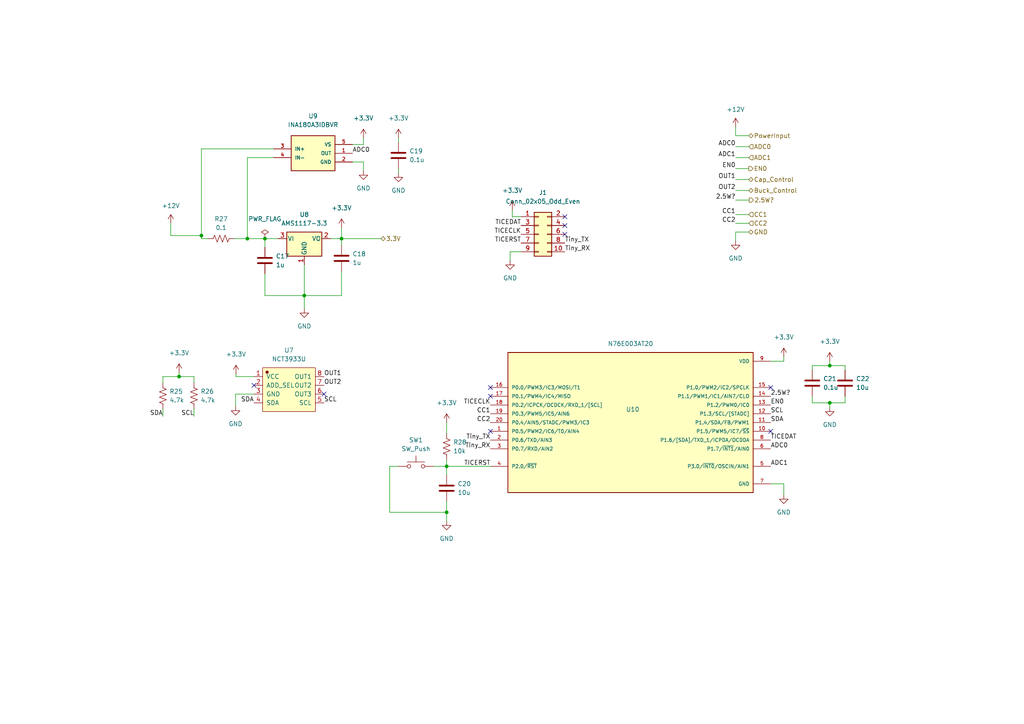
<source format=kicad_sch>
(kicad_sch (version 20211123) (generator eeschema)
  (paper "A4")
  (lib_symbols
    (symbol "+3.3V_1" (power) (pin_names (offset 0))
      (property "Value" "+3.3V_1" (at 0 3.556 0))
      (symbol "+3.3V_1_0_1"
        (polyline (pts (xy -0.762 1.27) (xy 0 2.54)))
        (polyline (pts (xy 0 0) (xy 0 2.54)))
        (polyline (pts (xy 0 2.54) (xy 0.762 1.27)))
      )
      (symbol "+3.3V_1_1_1"
        (pin power_in line (at 0 0 90) (length 0) hide (name "+3.3V") (number "1"))
      )
    )
    (symbol "+3.3V_2" (power) (pin_names (offset 0))
      (property "Value" "+3.3V_2" (at 0 3.556 0))
      (symbol "+3.3V_2_0_1"
        (polyline (pts (xy -0.762 1.27) (xy 0 2.54)))
        (polyline (pts (xy 0 0) (xy 0 2.54)))
        (polyline (pts (xy 0 2.54) (xy 0.762 1.27)))
      )
      (symbol "+3.3V_2_1_1"
        (pin power_in line (at 0 0 90) (length 0) hide (name "+3.3V") (number "1"))
      )
    )
    (symbol "+3.3V_3" (power) (pin_names (offset 0))
      (property "Value" "+3.3V_3" (at 0 3.556 0))
      (symbol "+3.3V_3_0_1"
        (polyline (pts (xy -0.762 1.27) (xy 0 2.54)))
        (polyline (pts (xy 0 0) (xy 0 2.54)))
        (polyline (pts (xy 0 2.54) (xy 0.762 1.27)))
      )
      (symbol "+3.3V_3_1_1"
        (pin power_in line (at 0 0 90) (length 0) hide (name "+3.3V") (number "1"))
      )
    )
    (symbol "1CommonUse:C0805" (pin_numbers hide) (pin_names (offset 0.254))
      (property "Reference" "C" (at 0.635 2.54 0))
      (property "Value" "C0805" (at 0.635 -2.54 0))
      (symbol "C0805_0_1"
        (polyline (pts (xy -2.032 -0.762) (xy 2.032 -0.762)) (stroke (width 0.508)))
        (polyline (pts (xy -2.032 0.762) (xy 2.032 0.762)) (stroke (width 0.508)))
      )
      (symbol "C0805_1_1"
        (pin passive line (at 0 3.81 270) (length 2.794) (name "~") (number "1"))
        (pin passive line (at 0 -3.81 90) (length 2.794) (name "~") (number "2"))
      )
    )
    (symbol "1CommonUse:R0805" (pin_numbers hide) (pin_names (offset 0))
      (property "Reference" "R" (at 2.54 0 90))
      (property "Value" "R0805" (at -2.54 0 90))
      (symbol "R0805_0_1"
        (polyline (pts (xy 0 -2.286) (xy 0 -2.54)))
        (polyline (pts (xy 0 2.286) (xy 0 2.54)))
        (polyline (pts (xy 0 -0.762) (xy 1.016 -1.143) (xy 0 -1.524) (xy -1.016 -1.905) (xy 0 -2.286)))
        (polyline (pts (xy 0 0.762) (xy 1.016 0.381) (xy 0 0) (xy -1.016 -0.381) (xy 0 -0.762)))
        (polyline (pts (xy 0 2.286) (xy 1.016 1.905) (xy 0 1.524) (xy -1.016 1.143) (xy 0 0.762)))
      )
      (symbol "R0805_1_1"
        (pin passive line (at 0 3.81 270) (length 1.27) (name "~") (number "1"))
        (pin passive line (at 0 -3.81 90) (length 1.27) (name "~") (number "2"))
      )
    )
    (symbol "Connector_Generic:Conn_02x05_Odd_Even" (pin_names (offset 1.016) hide)
      (property "Reference" "J" (at 1.27 7.62 0))
      (property "Value" "Conn_02x05_Odd_Even" (at 1.27 -7.62 0))
      (symbol "Conn_02x05_Odd_Even_1_1"
        (rectangle (start -1.27 -4.953) (end 0 -5.207) (stroke (width 0.1524)))
        (rectangle (start -1.27 -2.413) (end 0 -2.667) (stroke (width 0.1524)))
        (rectangle (start -1.27 0.127) (end 0 -0.127) (stroke (width 0.1524)))
        (rectangle (start -1.27 2.667) (end 0 2.413) (stroke (width 0.1524)))
        (rectangle (start -1.27 5.207) (end 0 4.953) (stroke (width 0.1524)))
        (rectangle (start -1.27 6.35) (end 3.81 -6.35) (stroke (width 0.254)) (fill (type background)))
        (rectangle (start 3.81 -4.953) (end 2.54 -5.207) (stroke (width 0.1524)))
        (rectangle (start 3.81 -2.413) (end 2.54 -2.667) (stroke (width 0.1524)))
        (rectangle (start 3.81 0.127) (end 2.54 -0.127) (stroke (width 0.1524)))
        (rectangle (start 3.81 2.667) (end 2.54 2.413) (stroke (width 0.1524)))
        (rectangle (start 3.81 5.207) (end 2.54 4.953) (stroke (width 0.1524)))
        (pin passive line (at -5.08 5.08 0) (length 3.81) (name "Pin_1") (number "1"))
        (pin passive line (at 7.62 -5.08 180) (length 3.81) (name "Pin_10") (number "10"))
        (pin passive line (at 7.62 5.08 180) (length 3.81) (name "Pin_2") (number "2"))
        (pin passive line (at -5.08 2.54 0) (length 3.81) (name "Pin_3") (number "3"))
        (pin passive line (at 7.62 2.54 180) (length 3.81) (name "Pin_4") (number "4"))
        (pin passive line (at -5.08 0 0) (length 3.81) (name "Pin_5") (number "5"))
        (pin passive line (at 7.62 0 180) (length 3.81) (name "Pin_6") (number "6"))
        (pin passive line (at -5.08 -2.54 0) (length 3.81) (name "Pin_7") (number "7"))
        (pin passive line (at 7.62 -2.54 180) (length 3.81) (name "Pin_8") (number "8"))
        (pin passive line (at -5.08 -5.08 0) (length 3.81) (name "Pin_9") (number "9"))
      )
    )
    (symbol "GND_1" (power) (pin_names (offset 0))
      (property "Value" "GND_1" (at 0 -3.81 0))
      (symbol "GND_1_0_1"
        (polyline (pts (xy 0 0) (xy 0 -1.27) (xy 1.27 -1.27) (xy 0 -2.54) (xy -1.27 -1.27) (xy 0 -1.27)))
      )
      (symbol "GND_1_1_1"
        (pin power_in line (at 0 0 270) (length 0) hide (name "GND") (number "1"))
      )
    )
    (symbol "GND_2" (power) (pin_names (offset 0))
      (property "Value" "GND_2" (at 0 -3.81 0))
      (symbol "GND_2_0_1"
        (polyline (pts (xy 0 0) (xy 0 -1.27) (xy 1.27 -1.27) (xy 0 -2.54) (xy -1.27 -1.27) (xy 0 -1.27)))
      )
      (symbol "GND_2_1_1"
        (pin power_in line (at 0 0 270) (length 0) hide (name "GND") (number "1"))
      )
    )
    (symbol "GND_3" (power) (pin_names (offset 0))
      (property "Value" "GND_3" (at 0 -3.81 0))
      (symbol "GND_3_0_1"
        (polyline (pts (xy 0 0) (xy 0 -1.27) (xy 1.27 -1.27) (xy 0 -2.54) (xy -1.27 -1.27) (xy 0 -1.27)))
      )
      (symbol "GND_3_1_1"
        (pin power_in line (at 0 0 270) (length 0) hide (name "GND") (number "1"))
      )
    )
    (symbol "Regulator_Linear:AMS1117-3.3" (pin_names (offset 0.254))
      (property "Reference" "U" (at -3.81 3.175 0))
      (property "Value" "AMS1117-3.3" (at 0 3.175 0))
      (symbol "AMS1117-3.3_0_1"
        (rectangle (start -5.08 -5.08) (end 5.08 1.905) (stroke (width 0.254)) (fill (type background)))
      )
      (symbol "AMS1117-3.3_1_1"
        (pin power_in line (at 0 -7.62 90) (length 2.54) (name "GND") (number "1"))
        (pin power_out line (at 7.62 0 180) (length 2.54) (name "VO") (number "2"))
        (pin power_in line (at -7.62 0 0) (length 2.54) (name "VI") (number "3"))
      )
    )
    (symbol "SolarCharger:INA180A3IDBVR" (pin_names (offset 1.016))
      (property "Reference" "U" (at -1.27 7.62 0))
      (property "Value" "INA180A3IDBVR" (at -7.62 -7.62 0))
      (symbol "INA180A3IDBVR_0_0"
        (rectangle (start -6.35 6.35) (end 6.35 -3.81) (stroke (width 0.254)) (fill (type background)))
        (pin output line (at 11.43 1.27 180) (length 5.08) (name "OUT") (number "1"))
        (pin power_in line (at 11.43 -1.27 180) (length 5.08) (name "GND") (number "2"))
        (pin input line (at -11.43 2.54 0) (length 5.08) (name "IN+") (number "3"))
        (pin input line (at -11.43 0 0) (length 5.08) (name "IN-") (number "4"))
        (pin power_in line (at 11.43 3.81 180) (length 5.08) (name "VS") (number "5"))
      )
    )
    (symbol "SolarCharger:N76E003AT20" (pin_names (offset 1.016))
      (property "Reference" "U" (at -35.8394 21.1074 0))
      (property "Value" "N76E003AT20" (at -35.5854 -22.8854 0))
      (symbol "N76E003AT20_0_0"
        (rectangle (start -35.56 -20.32) (end 35.56 20.32) (stroke (width 0.254)) (fill (type background)))
        (pin bidirectional line (at -40.64 -2.54 0) (length 5.08) (name "P0.5/PWM2/IC6/T0/AIN4") (number "1"))
        (pin bidirectional line (at 40.64 -2.54 180) (length 5.08) (name "P1.5/PWM5/IC7/~{SS}") (number "10"))
        (pin bidirectional line (at 40.64 0 180) (length 5.08) (name "P1.4/SDA/FB/PWM1") (number "11"))
        (pin bidirectional line (at 40.64 2.54 180) (length 5.08) (name "P1.3/SCL/[STADC]") (number "12"))
        (pin bidirectional line (at 40.64 5.08 180) (length 5.08) (name "P1.2/PWM0/IC0") (number "13"))
        (pin bidirectional line (at 40.64 7.62 180) (length 5.08) (name "P1.1/PWM1/IC1/AIN7/CLO") (number "14"))
        (pin bidirectional line (at 40.64 10.16 180) (length 5.08) (name "P1.0/PWM2/IC2/SPCLK") (number "15"))
        (pin bidirectional line (at -40.64 10.16 0) (length 5.08) (name "P0.0/PWM3/IC3/MOSI/T1") (number "16"))
        (pin bidirectional line (at -40.64 7.62 0) (length 5.08) (name "P0.1/PWM4/IC4/MISO") (number "17"))
        (pin bidirectional line (at -40.64 5.08 0) (length 5.08) (name "P0.2/ICPCK/OCDCK/RXD_1/[SCL]") (number "18"))
        (pin bidirectional line (at -40.64 2.54 0) (length 5.08) (name "P0.3/PWM5/IC5/AIN6") (number "19"))
        (pin bidirectional line (at -40.64 -5.08 0) (length 5.08) (name "P0.6/TXD/AIN3") (number "2"))
        (pin bidirectional line (at -40.64 0 0) (length 5.08) (name "P0.4/AIN5/STADC/PWM3/IC3") (number "20"))
        (pin bidirectional line (at -40.64 -7.62 0) (length 5.08) (name "P0.7/RXD/AIN2") (number "3"))
        (pin bidirectional line (at -40.64 -12.7 0) (length 5.08) (name "P2.0/~{RST}") (number "4"))
        (pin bidirectional line (at 40.64 -12.7 180) (length 5.08) (name "P3.0/~{INT0}/OSCIN/AIN1") (number "5"))
        (pin bidirectional line (at 40.64 -7.62 180) (length 5.08) (name "P1.7/~{INT1}/AIN0") (number "6"))
        (pin power_in line (at 40.64 -17.78 180) (length 5.08) (name "GND") (number "7"))
        (pin bidirectional line (at 40.64 -5.08 180) (length 5.08) (name "P1.6/[SDA]/TXD_1/ICPDA/OCDDA") (number "8"))
        (pin power_in line (at 40.64 17.78 180) (length 5.08) (name "VDD") (number "9"))
      )
    )
    (symbol "SolarCharger:NCT3933U" (pin_names (offset 1.016))
      (property "Reference" "U" (at 0 10.2362 0))
      (property "Value" "NCT3933U" (at 0 12.7 0))
      (symbol "NCT3933U_1_1"
        (rectangle (start -7.62 7.62) (end 7.62 -5.08) (stroke (width 0.1524)) (fill (type background)))
        (circle (center -6.35 6.35) (radius 0.381) (stroke (width 0.1524)) (fill (type outline)))
        (pin input line (at -10.16 5.08 0) (length 2.54) (name "VCC") (number "1"))
        (pin input line (at -10.16 2.54 0) (length 2.54) (name "ADD_SEL") (number "2"))
        (pin input line (at -10.16 0 0) (length 2.54) (name "GND") (number "3"))
        (pin input line (at -10.16 -2.54 0) (length 2.54) (name "SDA") (number "4"))
        (pin input line (at 10.16 -2.54 180) (length 2.54) (name "SCL") (number "5"))
        (pin input line (at 10.16 0 180) (length 2.54) (name "OUT3") (number "6"))
        (pin input line (at 10.16 2.54 180) (length 2.54) (name "OUT2") (number "7"))
        (pin input line (at 10.16 5.08 180) (length 2.54) (name "OUT1") (number "8"))
      )
    )
    (symbol "Switch:SW_Push" (pin_numbers hide) (pin_names (offset 1.016) hide)
      (property "Reference" "SW" (at 1.27 2.54 0))
      (property "Value" "SW_Push" (at 0 -1.524 0))
      (symbol "SW_Push_0_1"
        (circle (center -2.032 0) (radius 0.508))
        (polyline (pts (xy 0 1.27) (xy 0 3.048)))
        (polyline (pts (xy 2.54 1.27) (xy -2.54 1.27)))
        (circle (center 2.032 0) (radius 0.508))
        (pin passive line (at -5.08 0 0) (length 2.54) (name "1") (number "1"))
        (pin passive line (at 5.08 0 180) (length 2.54) (name "2") (number "2"))
      )
    )
    (symbol "power:+12V" (power) (pin_names (offset 0))
      (property "Value" "+12V" (at 0 3.556 0))
      (symbol "+12V_0_1"
        (polyline (pts (xy -0.762 1.27) (xy 0 2.54)))
        (polyline (pts (xy 0 0) (xy 0 2.54)))
        (polyline (pts (xy 0 2.54) (xy 0.762 1.27)))
      )
      (symbol "+12V_1_1"
        (pin power_in line (at 0 0 90) (length 0) hide (name "+12V") (number "1"))
      )
    )
    (symbol "power:+3.3V" (power) (pin_names (offset 0))
      (property "Value" "+3.3V" (at 0 3.556 0))
      (symbol "+3.3V_0_1"
        (polyline (pts (xy -0.762 1.27) (xy 0 2.54)))
        (polyline (pts (xy 0 0) (xy 0 2.54)))
        (polyline (pts (xy 0 2.54) (xy 0.762 1.27)))
      )
      (symbol "+3.3V_1_1"
        (pin power_in line (at 0 0 90) (length 0) hide (name "+3.3V") (number "1"))
      )
    )
    (symbol "power:GND" (power) (pin_names (offset 0))
      (property "Value" "GND" (at 0 -3.81 0))
      (symbol "GND_0_1"
        (polyline (pts (xy 0 0) (xy 0 -1.27) (xy 1.27 -1.27) (xy 0 -2.54) (xy -1.27 -1.27) (xy 0 -1.27)))
      )
      (symbol "GND_1_1"
        (pin power_in line (at 0 0 270) (length 0) hide (name "GND") (number "1"))
      )
    )
    (symbol "power:PWR_FLAG" (power) (pin_numbers hide) (pin_names (offset 0) hide)
      (property "Value" "PWR_FLAG" (at 0 3.81 0))
      (symbol "PWR_FLAG_0_0"
        (pin power_out line (at 0 0 90) (length 0) (name "pwr") (number "1"))
      )
      (symbol "PWR_FLAG_0_1"
        (polyline (pts (xy 0 0) (xy 0 1.27) (xy -1.016 1.905) (xy 0 2.54) (xy 1.016 1.905) (xy 0 1.27)))
      )
    )
  )
  (junction (at 129.54 148.59))
  (junction (at 88.265 85.725))
  (junction (at 76.835 69.215))
  (junction (at 71.755 69.215))
  (junction (at 51.943 109.22))
  (junction (at 129.54 135.255))
  (junction (at 240.665 116.84))
  (junction (at 240.665 106.045))
  (junction (at 99.06 69.215))
  (junction (at 58.42 68.326))
  (no_connect (at 73.66 111.76))
  (no_connect (at 163.83 62.865))
  (no_connect (at 163.83 67.945))
  (no_connect (at 142.24 125.095))
  (no_connect (at 223.52 125.095))
  (no_connect (at 142.24 112.395))
  (no_connect (at 223.52 112.395))
  (no_connect (at 93.98 114.3))
  (no_connect (at 163.83 65.405))
  (no_connect (at 142.24 114.935))
  (wire (pts (xy 235.585 106.045) (xy 240.665 106.045)))
  (wire (pts (xy 95.885 69.215) (xy 99.06 69.215)))
  (wire (pts (xy 213.36 62.23) (xy 217.17 62.23)))
  (wire (pts (xy 129.54 135.255) (xy 129.54 137.795)))
  (wire (pts (xy 213.36 48.895) (xy 217.17 48.895)))
  (wire (pts (xy 217.17 39.37) (xy 213.36 39.37)))
  (wire (pts (xy 115.57 48.895) (xy 115.57 50.165)))
  (wire (pts (xy 99.06 69.215) (xy 99.06 71.12)))
  (wire (pts (xy 227.33 104.775) (xy 227.33 103.505)))
  (wire (pts (xy 76.835 69.215) (xy 80.645 69.215)))
  (wire (pts (xy 88.265 85.725) (xy 99.06 85.725)))
  (wire (pts (xy 129.54 145.415) (xy 129.54 148.59)))
  (wire (pts (xy 105.41 46.99) (xy 105.41 49.53)))
  (wire (pts (xy 88.265 85.725) (xy 88.265 89.535)))
  (wire (pts (xy 71.755 69.215) (xy 76.835 69.215)))
  (wire (pts (xy 240.665 116.84) (xy 240.665 118.11)))
  (wire (pts (xy 213.36 39.37) (xy 213.36 36.83)))
  (wire (pts (xy 47.244 109.22) (xy 51.943 109.22)))
  (wire (pts (xy 58.42 68.326) (xy 58.42 69.215)))
  (wire (pts (xy 51.943 109.22) (xy 51.943 108.077)))
  (wire (pts (xy 148.59 60.96) (xy 148.59 62.865)))
  (wire (pts (xy 125.73 135.255) (xy 129.54 135.255)))
  (wire (pts (xy 99.06 69.215) (xy 99.06 66.04)))
  (wire (pts (xy 76.835 79.375) (xy 76.835 85.725)))
  (wire (pts (xy 88.265 76.835) (xy 88.265 85.725)))
  (wire (pts (xy 235.585 107.315) (xy 235.585 106.045)))
  (wire (pts (xy 129.54 148.59) (xy 129.54 151.13)))
  (wire (pts (xy 235.585 116.84) (xy 240.665 116.84)))
  (wire (pts (xy 113.03 148.59) (xy 129.54 148.59)))
  (wire (pts (xy 47.244 118.618) (xy 47.244 120.777)))
  (wire (pts (xy 73.66 109.22) (xy 68.453 109.22)))
  (wire (pts (xy 102.235 46.99) (xy 105.41 46.99)))
  (wire (pts (xy 105.41 41.91) (xy 102.235 41.91)))
  (wire (pts (xy 76.835 85.725) (xy 88.265 85.725)))
  (wire (pts (xy 76.835 69.215) (xy 76.835 71.755)))
  (wire (pts (xy 56.261 120.777) (xy 56.261 118.618)))
  (wire (pts (xy 99.06 69.215) (xy 110.49 69.215)))
  (wire (pts (xy 213.36 58.039) (xy 217.297 58.039)))
  (wire (pts (xy 129.54 122.555) (xy 129.54 125.73)))
  (wire (pts (xy 56.261 110.998) (xy 56.261 109.22)))
  (wire (pts (xy 213.36 69.85) (xy 213.36 67.31)))
  (wire (pts (xy 115.57 40.005) (xy 115.57 41.275)))
  (wire (pts (xy 223.52 140.335) (xy 227.33 140.335)))
  (wire (pts (xy 58.42 69.215) (xy 60.325 69.215)))
  (wire (pts (xy 213.36 64.77) (xy 217.17 64.77)))
  (wire (pts (xy 49.53 64.77) (xy 49.53 68.326)))
  (wire (pts (xy 213.36 55.245) (xy 217.17 55.245)))
  (wire (pts (xy 105.41 40.005) (xy 105.41 41.91)))
  (wire (pts (xy 68.453 109.22) (xy 68.453 108.458)))
  (wire (pts (xy 245.11 116.84) (xy 240.665 116.84)))
  (wire (pts (xy 213.36 52.07) (xy 217.17 52.07)))
  (wire (pts (xy 213.36 42.545) (xy 217.17 42.545)))
  (wire (pts (xy 240.665 106.045) (xy 240.665 104.775)))
  (wire (pts (xy 148.59 62.865) (xy 151.13 62.865)))
  (wire (pts (xy 245.11 107.315) (xy 245.11 106.045)))
  (wire (pts (xy 73.66 114.3) (xy 68.326 114.3)))
  (wire (pts (xy 58.42 43.18) (xy 58.42 68.326)))
  (wire (pts (xy 213.36 67.31) (xy 217.17 67.31)))
  (wire (pts (xy 79.375 45.72) (xy 71.755 45.72)))
  (wire (pts (xy 67.945 69.215) (xy 71.755 69.215)))
  (wire (pts (xy 240.665 106.045) (xy 245.11 106.045)))
  (wire (pts (xy 235.585 114.935) (xy 235.585 116.84)))
  (wire (pts (xy 71.755 45.72) (xy 71.755 69.215)))
  (wire (pts (xy 47.244 110.998) (xy 47.244 109.22)))
  (wire (pts (xy 223.52 104.775) (xy 227.33 104.775)))
  (wire (pts (xy 227.33 140.335) (xy 227.33 143.51)))
  (wire (pts (xy 129.54 135.255) (xy 142.24 135.255)))
  (wire (pts (xy 49.53 68.326) (xy 58.42 68.326)))
  (wire (pts (xy 99.06 78.74) (xy 99.06 85.725)))
  (wire (pts (xy 56.261 109.22) (xy 51.943 109.22)))
  (wire (pts (xy 213.36 45.72) (xy 217.17 45.72)))
  (wire (pts (xy 147.955 73.025) (xy 151.13 73.025)))
  (wire (pts (xy 68.326 114.3) (xy 68.326 117.856)))
  (wire (pts (xy 113.03 135.255) (xy 113.03 148.59)))
  (wire (pts (xy 129.54 133.35) (xy 129.54 135.255)))
  (wire (pts (xy 245.11 114.935) (xy 245.11 116.84)))
  (wire (pts (xy 147.955 75.565) (xy 147.955 73.025)))
  (wire (pts (xy 79.375 43.18) (xy 58.42 43.18)))
  (wire (pts (xy 115.57 135.255) (xy 113.03 135.255)))
  (label "Tiny_TX" (at 163.83 70.485 0))
  (label "ADC0" (at 223.52 130.175 0))
  (label "TICERST" (at 142.24 135.255 180))
  (label "Tiny_RX" (at 142.24 130.175 180))
  (label "TICEDAT" (at 151.13 65.405 180))
  (label "2.5W?" (at 223.52 114.935 0))
  (label "TICEDAT" (at 223.52 127.635 0))
  (label "SCL" (at 56.261 120.777 180))
  (label "OUT2" (at 93.98 111.76 0))
  (label "EN0" (at 223.52 117.475 0))
  (label "ADC1" (at 213.36 45.72 180))
  (label "ADC0" (at 213.36 42.545 180))
  (label "SDA" (at 73.66 116.84 180))
  (label "Tiny_TX" (at 142.24 127.635 180))
  (label "SCL" (at 223.52 120.015 0))
  (label "ADC1" (at 223.52 135.255 0))
  (label "ADC0" (at 102.235 44.45 0))
  (label "OUT1" (at 93.98 109.22 0))
  (label "SDA" (at 223.52 122.555 0))
  (label "SDA" (at 47.244 120.777 180))
  (label "TICECLK" (at 142.24 117.475 180))
  (label "TICERST" (at 151.13 70.485 180))
  (label "CC1" (at 142.24 120.015 180))
  (label "2.5W?" (at 213.36 58.039 180))
  (label "CC1" (at 213.36 62.23 180))
  (label "Tiny_RX" (at 163.83 73.025 0))
  (label "CC2" (at 142.24 122.555 180))
  (label "OUT1" (at 213.36 52.07 180))
  (label "TICECLK" (at 151.13 67.945 180))
  (label "CC2" (at 213.36 64.77 180))
  (label "OUT2" (at 213.36 55.245 180))
  (label "EN0" (at 213.36 48.895 180))
  (label "SCL" (at 93.98 116.84 0))
  (hierarchical_label "CC2" (shape input) (at 217.17 64.77 0))
  (hierarchical_label "CC1" (shape input) (at 217.17 62.23 0))
  (hierarchical_label "EN0" (shape output) (at 217.17 48.895 0))
  (hierarchical_label "PowerInput" (shape bidirectional) (at 217.17 39.37 0))
  (hierarchical_label "ADC1" (shape input) (at 217.17 45.72 0))
  (hierarchical_label "3.3V" (shape bidirectional) (at 110.49 69.215 0))
  (hierarchical_label "Buck_Control" (shape bidirectional) (at 217.17 55.245 0))
  (hierarchical_label "Cap_Control" (shape bidirectional) (at 217.17 52.07 0))
  (hierarchical_label "GND" (shape bidirectional) (at 217.17 67.31 0))
  (hierarchical_label "2.5W?" (shape output) (at 217.297 58.039 0))
  (hierarchical_label "ADC0" (shape input) (at 217.17 42.545 0))
  (symbol (lib_name "GND_1") (lib_id "power:GND") (at 68.326 117.856 0) (unit 1)
    (property "Reference" "#PWR028" (effects hide))
    (property "Value" "GND" (at 68.326 122.936 0))
  )
  (symbol (lib_id "SolarCharger:N76E003AT20") (at 182.88 122.555 0) (unit 1)
    (property "Reference" "U10" (at 183.515 118.745 0))
    (property "Value" "N76E003AT20" (at 182.88 99.695 0))
    (property "Footprint" "Package_SO:TSSOP-20_4.4x6.5mm_P0.65mm" (effects hide))
    (property "Datasheet" "https://www.nuvoton.com/export/resource-files/DS_N76E003_EN_Rev1.10.pdf" (effects hide))
    (property "MANUFACTURER" "NUVOTON" (effects hide))
    (property "PARTREV" "1.04" (effects hide))
    (property "STANDARD" "IPC 7351B" (effects hide))
  )
  (symbol (lib_id "power:+12V") (at 49.53 64.77 0) (unit 1)
    (property "Reference" "#PWR026" (effects hide))
    (property "Value" "+12V" (at 49.53 59.69 0))
  )
  (symbol (lib_id "power:+12V") (at 213.36 36.83 0) (unit 1)
    (property "Reference" "#PWR040" (effects hide))
    (property "Value" "+12V" (at 213.36 31.75 0))
  )
  (symbol (lib_id "1CommonUse:C0805") (at 235.585 111.125 0) (unit 1)
    (property "Reference" "C21" (at 238.76 109.8549 0) (effects (justify left)))
    (property "Value" "0.1u" (at 238.76 112.3949 0) (effects (justify left)))
    (property "Footprint" "Capacitor_SMD:C_0805_2012Metric" (effects hide))
  )
  (symbol (lib_name "+3.3V_2") (lib_id "power:+3.3V") (at 99.06 66.04 0) (unit 1)
    (property "Reference" "#PWR031" (effects hide))
    (property "Value" "+3.3V" (at 99.06 60.325 0))
  )
  (symbol (lib_id "SolarCharger:INA180A3IDBVR") (at 90.805 45.72 0) (unit 1)
    (property "Reference" "U9" (at 90.805 33.655 0))
    (property "Value" "INA180A3IDBVR" (at 90.805 36.195 0))
    (property "Footprint" "Package_TO_SOT_SMD:SOT-23-5" (effects hide))
    (property "Datasheet" "https://www.ti.com/lit/ds/symlink/ina180.pdf" (effects hide))
  )
  (symbol (lib_name "GND_2") (lib_id "power:GND") (at 88.265 89.535 0) (unit 1)
    (property "Reference" "#PWR030" (effects hide))
    (property "Value" "GND" (at 88.265 94.615 0))
  )
  (symbol (lib_id "1CommonUse:C0805") (at 245.11 111.125 0) (unit 1)
    (property "Reference" "C22" (at 248.285 109.8549 0) (effects (justify left)))
    (property "Value" "10u" (at 248.285 112.3949 0) (effects (justify left)))
    (property "Footprint" "Capacitor_SMD:C_0805_2012Metric" (effects hide))
  )
  (symbol (lib_name "GND_1") (lib_id "power:GND") (at 213.36 69.85 0) (unit 1)
    (property "Reference" "#PWR041" (effects hide))
    (property "Value" "GND" (at 213.36 74.93 0))
  )
  (symbol (lib_name "+3.3V_3") (lib_id "power:+3.3V") (at 51.943 108.077 0) (unit 1)
    (property "Reference" "#PWR027" (effects hide))
    (property "Value" "+3.3V" (at 51.943 102.362 0))
  )
  (symbol (lib_name "+3.3V_2") (lib_id "power:+3.3V") (at 105.41 40.005 0) (unit 1)
    (property "Reference" "#PWR032" (effects hide))
    (property "Value" "+3.3V" (at 105.41 34.29 0))
  )
  (symbol (lib_id "power:PWR_FLAG") (at 76.835 69.215 0) (unit 1)
    (property "Reference" "#FLG0104" (effects hide))
    (property "Value" "PWR_FLAG" (at 76.835 63.5 0))
  )
  (symbol (lib_name "GND_1") (lib_id "power:GND") (at 147.955 75.565 0) (unit 1)
    (property "Reference" "#PWR038" (effects hide))
    (property "Value" "GND" (at 147.955 80.645 0))
  )
  (symbol (lib_id "1CommonUse:R0805") (at 64.135 69.215 90) (unit 1)
    (property "Reference" "R27" (at 64.135 63.5 90))
    (property "Value" "0.1" (at 64.135 66.04 90))
    (property "Footprint" "Resistor_SMD:R_0805_2012Metric" (effects hide))
  )
  (symbol (lib_name "+3.3V_1") (lib_id "power:+3.3V") (at 148.59 60.96 0) (unit 1)
    (property "Reference" "#PWR039" (effects hide))
    (property "Value" "+3.3V" (at 148.59 55.245 0))
  )
  (symbol (lib_id "1CommonUse:R0805") (at 47.244 114.808 0) (unit 1)
    (property "Reference" "R25" (at 49.149 113.5379 0) (effects (justify left)))
    (property "Value" "4.7k" (at 49.149 116.0779 0) (effects (justify left)))
    (property "Footprint" "Resistor_SMD:R_0805_2012Metric" (effects hide))
  )
  (symbol (lib_name "+3.3V_1") (lib_id "power:+3.3V") (at 129.54 122.555 0) (unit 1)
    (property "Reference" "#PWR036" (effects hide))
    (property "Value" "+3.3V" (at 129.54 116.84 0))
  )
  (symbol (lib_id "Connector_Generic:Conn_02x05_Odd_Even") (at 156.21 67.945 0) (unit 1)
    (property "Reference" "J1" (at 157.48 55.88 0))
    (property "Value" "Conn_02x05_Odd_Even" (at 157.48 58.42 0))
    (property "Footprint" "Connector_IDC:IDC-Header_2x05_P2.54mm_Vertical" (effects hide))
  )
  (symbol (lib_id "1CommonUse:C0805") (at 99.06 74.93 0) (unit 1)
    (property "Reference" "C18" (at 102.235 73.6599 0) (effects (justify left)))
    (property "Value" "1u" (at 102.235 76.1999 0) (effects (justify left)))
    (property "Footprint" "Capacitor_SMD:C_0805_2012Metric" (effects hide))
  )
  (symbol (lib_name "GND_2") (lib_id "power:GND") (at 105.41 49.53 0) (unit 1)
    (property "Reference" "#PWR033" (effects hide))
    (property "Value" "GND" (at 105.41 54.61 0))
  )
  (symbol (lib_id "1CommonUse:C0805") (at 76.835 75.565 0) (unit 1)
    (property "Reference" "C17" (at 80.01 74.2949 0) (effects (justify left)))
    (property "Value" "1u" (at 80.01 76.8349 0) (effects (justify left)))
    (property "Footprint" "Capacitor_SMD:C_0805_2012Metric" (effects hide))
  )
  (symbol (lib_id "power:+3.3V") (at 240.665 104.775 0) (unit 1)
    (property "Reference" "#PWR044" (effects hide))
    (property "Value" "+3.3V" (at 240.665 99.06 0))
  )
  (symbol (lib_id "1CommonUse:C0805") (at 115.57 45.085 0) (unit 1)
    (property "Reference" "C19" (at 118.745 43.8149 0) (effects (justify left)))
    (property "Value" "0.1u" (at 118.745 46.3549 0) (effects (justify left)))
    (property "Footprint" "Capacitor_SMD:C_0805_2012Metric" (effects hide))
  )
  (symbol (lib_id "1CommonUse:R0805") (at 129.54 129.54 0) (unit 1)
    (property "Reference" "R28" (at 131.445 128.2699 0) (effects (justify left)))
    (property "Value" "10k" (at 131.445 130.8099 0) (effects (justify left)))
    (property "Footprint" "Resistor_SMD:R_0805_2012Metric" (effects hide))
  )
  (symbol (lib_name "+3.3V_1") (lib_id "power:+3.3V") (at 68.453 108.458 0) (unit 1)
    (property "Reference" "#PWR029" (effects hide))
    (property "Value" "+3.3V" (at 68.453 102.743 0))
  )
  (symbol (lib_id "1CommonUse:R0805") (at 56.261 114.808 0) (unit 1)
    (property "Reference" "R26" (at 58.166 113.5379 0) (effects (justify left)))
    (property "Value" "4.7k" (at 58.166 116.0779 0) (effects (justify left)))
    (property "Footprint" "Resistor_SMD:R_0805_2012Metric" (effects hide))
  )
  (symbol (lib_id "power:GND") (at 227.33 143.51 0) (unit 1)
    (property "Reference" "#PWR043" (effects hide))
    (property "Value" "GND" (at 227.33 148.59 0))
  )
  (symbol (lib_name "GND_1") (lib_id "power:GND") (at 129.54 151.13 0) (unit 1)
    (property "Reference" "#PWR037" (effects hide))
    (property "Value" "GND" (at 129.54 156.21 0))
  )
  (symbol (lib_name "GND_3") (lib_id "power:GND") (at 240.665 118.11 0) (unit 1)
    (property "Reference" "#PWR045" (effects hide))
    (property "Value" "GND" (at 240.665 123.19 0))
  )
  (symbol (lib_id "1CommonUse:C0805") (at 129.54 141.605 0) (unit 1)
    (property "Reference" "C20" (at 132.715 140.3349 0) (effects (justify left)))
    (property "Value" "10u" (at 132.715 142.8749 0) (effects (justify left)))
    (property "Footprint" "Capacitor_SMD:C_0805_2012Metric" (effects hide))
  )
  (symbol (lib_name "+3.3V_3") (lib_id "power:+3.3V") (at 227.33 103.505 0) (unit 1)
    (property "Reference" "#PWR042" (effects hide))
    (property "Value" "+3.3V" (at 227.33 97.79 0))
  )
  (symbol (lib_name "GND_2") (lib_id "power:GND") (at 115.57 50.165 0) (unit 1)
    (property "Reference" "#PWR035" (effects hide))
    (property "Value" "GND" (at 115.57 55.245 0))
  )
  (symbol (lib_id "Switch:SW_Push") (at 120.65 135.255 0) (unit 1)
    (property "Reference" "SW1" (at 120.65 127.635 0))
    (property "Value" "SW_Push" (at 120.65 130.175 0))
  )
  (symbol (lib_name "+3.3V_2") (lib_id "power:+3.3V") (at 115.57 40.005 0) (unit 1)
    (property "Reference" "#PWR034" (effects hide))
    (property "Value" "+3.3V" (at 115.57 34.29 0))
  )
  (symbol (lib_id "Regulator_Linear:AMS1117-3.3") (at 88.265 69.215 0) (unit 1)
    (property "Reference" "U8" (at 88.265 62.23 0))
    (property "Value" "AMS1117-3.3" (at 88.265 64.77 0))
    (property "Footprint" "Package_TO_SOT_SMD:SOT-223-3_TabPin2" (effects hide))
    (property "Datasheet" "http://www.advanced-monolithic.com/pdf/ds1117.pdf" (effects hide))
  )
  (symbol (lib_id "SolarCharger:NCT3933U") (at 83.82 114.3 0) (unit 1)
    (property "Reference" "U7" (at 83.82 101.6 0))
    (property "Value" "NCT3933U" (at 83.82 104.14 0))
    (property "Footprint" "Package_TO_SOT_SMD:SOT-23-8" (effects hide))
    (property "Datasheet" "https://datasheet.lcsc.com/lcsc/2209221600_Nuvoton-Tech-NCT3933U_C249428.pdf" (effects hide))
    (property "SuppliersPartNumber" "C249428" (effects hide))
    (property "uuid" "std:4276e2db73ae4bcf99b9d598147b8473" (effects hide))
  )
)
</source>
